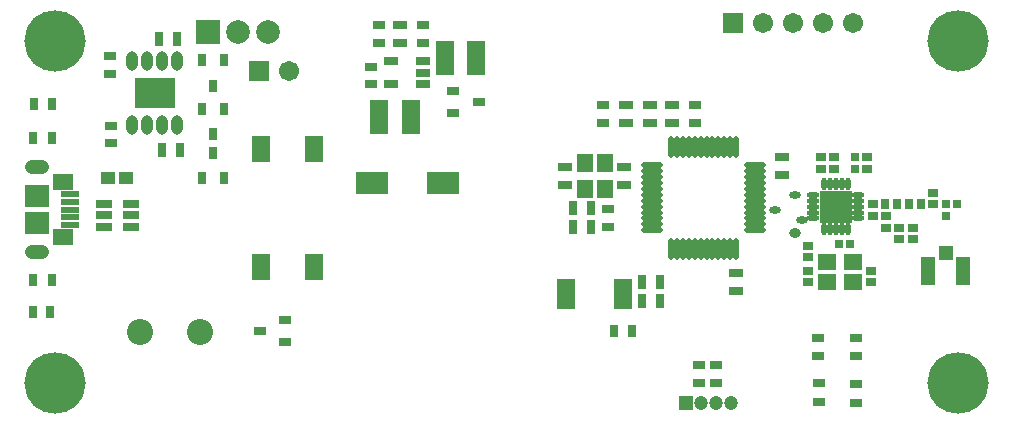
<source format=gts>
G04*
G04 #@! TF.GenerationSoftware,Altium Limited,Altium Designer,20.2.4 (192)*
G04*
G04 Layer_Color=8388736*
%FSLAX44Y44*%
%MOMM*%
G71*
G04*
G04 #@! TF.SameCoordinates,B1776B65-D261-4C44-A5DE-40EC885F2A17*
G04*
G04*
G04 #@! TF.FilePolarity,Negative*
G04*
G01*
G75*
%ADD14O,1.0000X0.6000*%
%ADD15R,2.8032X2.8032*%
%ADD16O,0.4532X1.0532*%
%ADD17O,1.0532X0.4532*%
%ADD18R,1.1032X0.7532*%
%ADD19O,1.0000X0.8000*%
%ADD20R,2.1032X1.9532*%
%ADD21R,1.6532X1.3532*%
%ADD22R,1.6032X0.6032*%
%ADD23R,3.5032X2.6032*%
%ADD24R,1.3061X1.0582*%
%ADD25R,1.4032X0.8032*%
%ADD26O,1.0032X1.6532*%
%ADD27R,0.8032X1.2032*%
%ADD28R,0.8032X1.0532*%
%ADD29R,1.2032X0.8032*%
%ADD30R,1.2532X0.8032*%
%ADD31R,0.8432X0.8032*%
%ADD32R,0.7532X0.7532*%
%ADD33R,0.8432X0.7732*%
%ADD34R,0.7732X0.8432*%
%ADD35R,1.0032X0.8032*%
%ADD36R,0.8032X0.8432*%
%ADD37R,1.2032X1.2532*%
%ADD38R,1.2532X2.4032*%
%ADD39R,0.7532X0.7532*%
%ADD40R,1.6032X2.8532*%
%ADD41R,1.0532X0.8032*%
%ADD42R,1.4032X1.6032*%
%ADD43O,1.8532X0.5032*%
%ADD44O,0.5032X1.8532*%
%ADD45R,0.7532X1.1032*%
%ADD46R,0.8032X1.0032*%
%ADD47R,1.5532X0.5032*%
%ADD48R,1.6032X2.3032*%
%ADD49R,2.7532X1.9032*%
%ADD50R,1.6032X1.4032*%
%ADD51R,1.2032X1.2032*%
%ADD52C,1.2032*%
%ADD53C,1.7032*%
%ADD54R,1.7032X1.7032*%
%ADD55O,2.0532X1.2532*%
%ADD56C,5.2000*%
%ADD57C,2.0032*%
%ADD58R,2.0032X2.0032*%
%ADD59C,2.2032*%
%ADD60C,0.7032*%
D14*
X639554Y176243D02*
D03*
X657000Y189750D02*
D03*
X662800Y167982D02*
D03*
D15*
X691250Y179500D02*
D03*
D16*
X681250Y198500D02*
D03*
X686250D02*
D03*
X691250D02*
D03*
X696250D02*
D03*
X701250D02*
D03*
Y160500D02*
D03*
X696250D02*
D03*
X691250D02*
D03*
X686250D02*
D03*
X681250D02*
D03*
D17*
X710250Y189500D02*
D03*
Y184500D02*
D03*
Y179500D02*
D03*
Y174500D02*
D03*
Y169500D02*
D03*
X672250D02*
D03*
Y174500D02*
D03*
Y179500D02*
D03*
Y184500D02*
D03*
Y189500D02*
D03*
D18*
X590000Y30500D02*
D03*
Y45500D02*
D03*
X575000Y30500D02*
D03*
Y45500D02*
D03*
X76750Y307000D02*
D03*
Y292000D02*
D03*
X298000Y298000D02*
D03*
Y283000D02*
D03*
X341500Y333000D02*
D03*
Y318000D02*
D03*
X494000Y265500D02*
D03*
Y250500D02*
D03*
X707980Y53053D02*
D03*
Y68053D02*
D03*
X77750Y248000D02*
D03*
Y233000D02*
D03*
X676431Y53053D02*
D03*
Y68053D02*
D03*
X304500Y333000D02*
D03*
Y318000D02*
D03*
X498000Y177500D02*
D03*
Y162500D02*
D03*
X571750Y265479D02*
D03*
Y250479D02*
D03*
D19*
X656673Y157211D02*
D03*
D20*
X15000Y165750D02*
D03*
Y188250D02*
D03*
D21*
X37300Y153800D02*
D03*
Y200200D02*
D03*
D22*
X43000Y164000D02*
D03*
Y170500D02*
D03*
Y183500D02*
D03*
Y177000D02*
D03*
Y190000D02*
D03*
D23*
X114750Y275500D02*
D03*
D24*
X90631Y203500D02*
D03*
X75109D02*
D03*
D25*
X94500Y172000D02*
D03*
Y181500D02*
D03*
Y162500D02*
D03*
X71500Y172000D02*
D03*
Y181500D02*
D03*
Y162500D02*
D03*
D26*
X133800Y302750D02*
D03*
X121100D02*
D03*
X108400D02*
D03*
X133800Y248250D02*
D03*
X121100D02*
D03*
X95700Y302750D02*
D03*
X108400Y248250D02*
D03*
X95700D02*
D03*
D27*
X133100Y321000D02*
D03*
X117900D02*
D03*
X483600Y162000D02*
D03*
X468400D02*
D03*
X527400Y99500D02*
D03*
X542600D02*
D03*
X136350Y227500D02*
D03*
X121150D02*
D03*
X483600Y178000D02*
D03*
X468400D02*
D03*
X542600Y115500D02*
D03*
X527400D02*
D03*
D28*
X163750Y225000D02*
D03*
X154250Y203500D02*
D03*
X173250D02*
D03*
X173250Y262250D02*
D03*
X154250D02*
D03*
X163750Y240750D02*
D03*
X173250Y303250D02*
D03*
X154250D02*
D03*
X163750Y281750D02*
D03*
D29*
X322500Y333100D02*
D03*
Y317900D02*
D03*
X514000Y265600D02*
D03*
Y250400D02*
D03*
X534250Y265579D02*
D03*
Y250379D02*
D03*
X462000Y213100D02*
D03*
Y197900D02*
D03*
X512000Y213100D02*
D03*
Y197900D02*
D03*
X607000Y123100D02*
D03*
Y107900D02*
D03*
X646000Y205900D02*
D03*
Y221100D02*
D03*
X552251Y265579D02*
D03*
Y250379D02*
D03*
D30*
X341750Y293000D02*
D03*
Y302500D02*
D03*
Y283500D02*
D03*
X314250Y302500D02*
D03*
Y283500D02*
D03*
D31*
X668000Y146300D02*
D03*
Y136700D02*
D03*
X679000Y221100D02*
D03*
Y211500D02*
D03*
X721000Y125300D02*
D03*
Y115700D02*
D03*
X717950Y221250D02*
D03*
Y211650D02*
D03*
X744950Y161500D02*
D03*
Y151900D02*
D03*
X756201Y161541D02*
D03*
Y151941D02*
D03*
X668000Y125300D02*
D03*
Y115700D02*
D03*
X690000Y221100D02*
D03*
Y211500D02*
D03*
X773700Y191000D02*
D03*
Y181400D02*
D03*
D32*
X703450Y148200D02*
D03*
X693950D02*
D03*
X793700Y181450D02*
D03*
X784200D02*
D03*
D33*
X722950Y181400D02*
D03*
Y171500D02*
D03*
X733700Y171400D02*
D03*
Y161500D02*
D03*
D34*
X743150Y181450D02*
D03*
X733250D02*
D03*
D35*
X708000Y13500D02*
D03*
Y29690D02*
D03*
X676654Y13810D02*
D03*
Y30000D02*
D03*
D36*
X763000Y181450D02*
D03*
X753400D02*
D03*
D37*
X784208Y140055D02*
D03*
D38*
X798958Y124804D02*
D03*
X769458D02*
D03*
D39*
X784200Y181450D02*
D03*
Y171950D02*
D03*
X707200Y221200D02*
D03*
Y211700D02*
D03*
D40*
X387000Y305500D02*
D03*
X360500D02*
D03*
X331250Y255500D02*
D03*
X304750D02*
D03*
D41*
X225272Y64459D02*
D03*
Y83459D02*
D03*
X203772Y73959D02*
D03*
X388750Y268000D02*
D03*
X367250Y258500D02*
D03*
Y277500D02*
D03*
D42*
X495500Y216500D02*
D03*
Y194500D02*
D03*
X478500Y216500D02*
D03*
Y194500D02*
D03*
D43*
X622517Y209503D02*
D03*
Y214503D02*
D03*
Y204503D02*
D03*
Y189503D02*
D03*
Y184503D02*
D03*
Y199503D02*
D03*
Y194503D02*
D03*
Y179503D02*
D03*
Y164503D02*
D03*
Y159503D02*
D03*
Y174503D02*
D03*
Y169503D02*
D03*
X536017Y214503D02*
D03*
Y209503D02*
D03*
Y204503D02*
D03*
Y189503D02*
D03*
Y184503D02*
D03*
Y199503D02*
D03*
Y194503D02*
D03*
Y179503D02*
D03*
Y164503D02*
D03*
Y159503D02*
D03*
Y174503D02*
D03*
Y169503D02*
D03*
D44*
X601767Y230253D02*
D03*
X606767D02*
D03*
X591767D02*
D03*
X596767D02*
D03*
X581767D02*
D03*
X586767D02*
D03*
X576767D02*
D03*
X571767D02*
D03*
X581767Y143753D02*
D03*
X586767D02*
D03*
X571767D02*
D03*
X576767D02*
D03*
X601767D02*
D03*
X606767D02*
D03*
X591767D02*
D03*
X596767D02*
D03*
X561767Y230253D02*
D03*
X556767D02*
D03*
X566767D02*
D03*
X551767D02*
D03*
Y143753D02*
D03*
X556767D02*
D03*
X561767D02*
D03*
X566767D02*
D03*
D45*
X26250Y90500D02*
D03*
X11250D02*
D03*
X27500Y266000D02*
D03*
X12500D02*
D03*
X518500Y74000D02*
D03*
X503500D02*
D03*
D46*
X27750Y117000D02*
D03*
X11560D02*
D03*
X28000Y238000D02*
D03*
X11810D02*
D03*
D47*
X511000Y95500D02*
D03*
Y105500D02*
D03*
X511000Y110500D02*
D03*
X511000Y100500D02*
D03*
X463000D02*
D03*
Y105500D02*
D03*
Y95500D02*
D03*
Y115500D02*
D03*
Y110500D02*
D03*
X511000Y115500D02*
D03*
D48*
X249500Y228000D02*
D03*
Y128000D02*
D03*
X204500Y228000D02*
D03*
Y128000D02*
D03*
D49*
X358750Y199500D02*
D03*
X298250D02*
D03*
D50*
X706000Y133000D02*
D03*
Y116000D02*
D03*
X684000Y133000D02*
D03*
Y116000D02*
D03*
D51*
X564330Y13000D02*
D03*
D52*
X577030D02*
D03*
X589730D02*
D03*
X602430D02*
D03*
D53*
X705400Y335000D02*
D03*
X680000D02*
D03*
X654600D02*
D03*
X629200D02*
D03*
X228150Y294500D02*
D03*
D54*
X603800Y335000D02*
D03*
X202750Y294500D02*
D03*
D55*
X15000Y141250D02*
D03*
Y212750D02*
D03*
D56*
X795000Y30000D02*
D03*
Y320000D02*
D03*
X30000Y30000D02*
D03*
Y320000D02*
D03*
D57*
X210150Y327500D02*
D03*
X184750D02*
D03*
D58*
X159350D02*
D03*
D59*
X102500Y73500D02*
D03*
X152500D02*
D03*
D60*
X125750Y281000D02*
D03*
X114750D02*
D03*
X125750Y270000D02*
D03*
X114750D02*
D03*
X103750D02*
D03*
Y281000D02*
D03*
M02*

</source>
